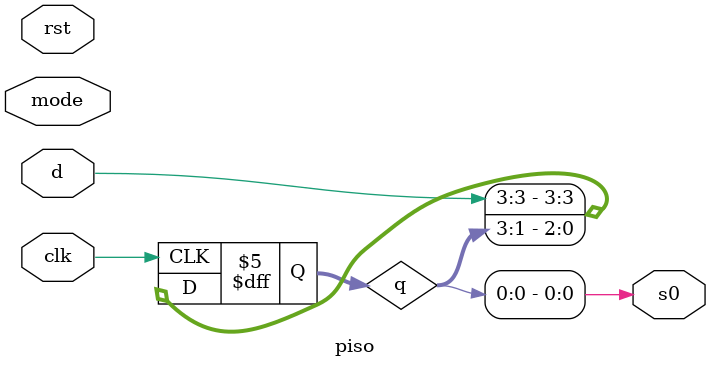
<source format=v>
module piso(input clk,rst,mode,input[3:0]d,output s0);
reg[3:0]q=0;
always@(posedge clk)
begin
    if(mode)
        q<=d;
    else
        q[3]<=d[3];
        q[2]<=q[3];
        q[1]<=q[2];
        q[0]<=q[1];
end
assign s0 = q[0];
endmodule


</source>
